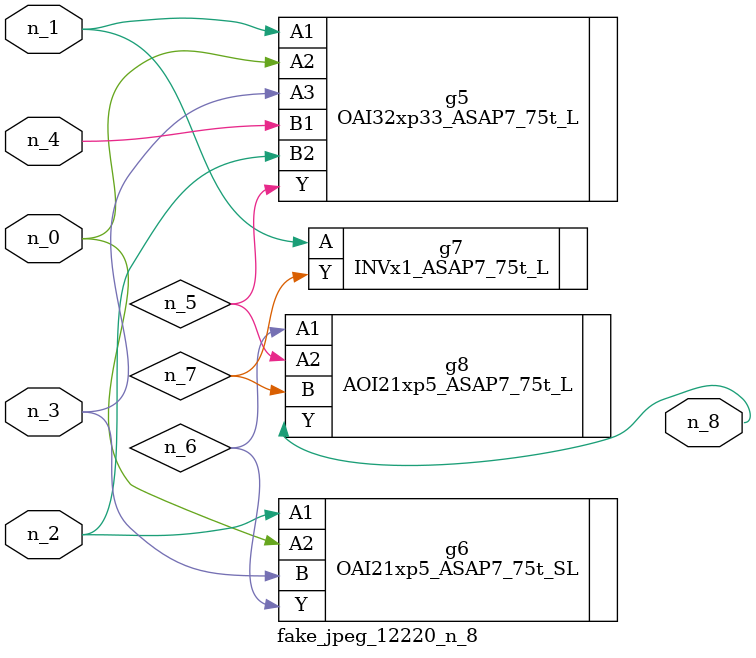
<source format=v>
module fake_jpeg_12220_n_8 (n_3, n_2, n_1, n_0, n_4, n_8);

input n_3;
input n_2;
input n_1;
input n_0;
input n_4;

output n_8;

wire n_6;
wire n_5;
wire n_7;

OAI32xp33_ASAP7_75t_L g5 ( 
.A1(n_1),
.A2(n_0),
.A3(n_3),
.B1(n_4),
.B2(n_2),
.Y(n_5)
);

OAI21xp5_ASAP7_75t_SL g6 ( 
.A1(n_2),
.A2(n_0),
.B(n_3),
.Y(n_6)
);

INVx1_ASAP7_75t_L g7 ( 
.A(n_1),
.Y(n_7)
);

AOI21xp5_ASAP7_75t_L g8 ( 
.A1(n_6),
.A2(n_5),
.B(n_7),
.Y(n_8)
);


endmodule
</source>
